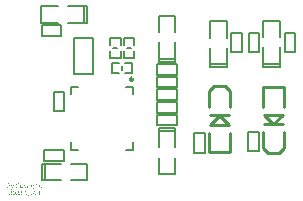
<source format=gto>
G04*
G04 #@! TF.GenerationSoftware,Altium Limited,Altium Designer,18.1.9 (240)*
G04*
G04 Layer_Color=65535*
%FSLAX25Y25*%
%MOIN*%
G70*
G01*
G75*
%ADD10C,0.00984*%
%ADD11C,0.00600*%
%ADD12C,0.00787*%
%ADD13C,0.00700*%
%ADD14C,0.00800*%
%ADD15C,0.01000*%
G36*
X113294Y165878D02*
X113316D01*
X113341Y165875D01*
X113394Y165867D01*
X113397D01*
X113408Y165864D01*
X113422Y165861D01*
X113441Y165858D01*
X113463Y165856D01*
X113485Y165850D01*
X113532Y165836D01*
X113496Y165726D01*
X113494D01*
X113488Y165728D01*
X113480Y165731D01*
X113469Y165734D01*
X113438Y165739D01*
X113399Y165751D01*
X113352Y165759D01*
X113303Y165764D01*
X113250Y165770D01*
X113197Y165773D01*
X113183D01*
X113170Y165770D01*
X113147D01*
X113122Y165767D01*
X113095Y165762D01*
X113061Y165753D01*
X113025Y165745D01*
X112987Y165734D01*
X112948Y165717D01*
X112906Y165701D01*
X112862Y165679D01*
X112820Y165654D01*
X112779Y165623D01*
X112737Y165587D01*
X112699Y165548D01*
X112696Y165545D01*
X112690Y165537D01*
X112679Y165526D01*
X112668Y165509D01*
X112652Y165487D01*
X112635Y165460D01*
X112616Y165432D01*
X112599Y165396D01*
X112580Y165360D01*
X112560Y165318D01*
X112543Y165274D01*
X112527Y165227D01*
X112516Y165177D01*
X112505Y165124D01*
X112499Y165069D01*
X112496Y165011D01*
Y165008D01*
Y164997D01*
Y164980D01*
X112499Y164961D01*
X112502Y164933D01*
X112505Y164903D01*
X112507Y164870D01*
X112516Y164834D01*
X112532Y164759D01*
X112557Y164679D01*
X112574Y164640D01*
X112596Y164601D01*
X112618Y164565D01*
X112643Y164532D01*
X112646Y164529D01*
X112652Y164523D01*
X112660Y164515D01*
X112671Y164507D01*
X112688Y164493D01*
X112704Y164479D01*
X112726Y164465D01*
X112751Y164449D01*
X112779Y164432D01*
X112812Y164418D01*
X112845Y164404D01*
X112884Y164390D01*
X112923Y164382D01*
X112967Y164374D01*
X113012Y164368D01*
X113061Y164365D01*
X113145D01*
X113183Y164368D01*
X113192D01*
X113203Y164371D01*
X113217Y164374D01*
X113233Y164377D01*
X113253Y164379D01*
X113277Y164385D01*
X113303Y164390D01*
X113338Y164396D01*
X113344Y164471D01*
Y164473D01*
Y164479D01*
Y164487D01*
X113347Y164498D01*
Y164529D01*
X113350Y164565D01*
X113352Y164604D01*
X113358Y164645D01*
X113361Y164684D01*
X113363Y164717D01*
Y164720D01*
X113366Y164731D01*
Y164748D01*
X113369Y164770D01*
X113372Y164798D01*
X113374Y164828D01*
X113377Y164861D01*
X113380Y164897D01*
X113388Y164961D01*
X113513D01*
X113502Y164878D01*
Y164875D01*
Y164870D01*
X113499Y164861D01*
Y164850D01*
X113494Y164820D01*
X113488Y164781D01*
X113480Y164731D01*
X113474Y164679D01*
X113466Y164623D01*
X113460Y164565D01*
Y164562D01*
Y164559D01*
Y164551D01*
X113458Y164540D01*
X113455Y164512D01*
X113452Y164479D01*
X113449Y164440D01*
X113446Y164401D01*
Y164365D01*
X113444Y164332D01*
X113441D01*
X113430Y164327D01*
X113413Y164321D01*
X113391Y164313D01*
X113366Y164305D01*
X113338Y164296D01*
X113272Y164282D01*
X113269D01*
X113255Y164280D01*
X113239Y164277D01*
X113211Y164274D01*
X113181Y164271D01*
X113145Y164269D01*
X113103Y164266D01*
X113028D01*
X113006Y164269D01*
X112978Y164271D01*
X112945Y164277D01*
X112912Y164282D01*
X112873Y164291D01*
X112793Y164313D01*
X112751Y164327D01*
X112707Y164346D01*
X112668Y164368D01*
X112627Y164393D01*
X112591Y164421D01*
X112555Y164454D01*
X112552Y164457D01*
X112546Y164462D01*
X112538Y164473D01*
X112527Y164490D01*
X112513Y164509D01*
X112499Y164532D01*
X112483Y164559D01*
X112469Y164593D01*
X112452Y164629D01*
X112435Y164667D01*
X112422Y164712D01*
X112408Y164759D01*
X112397Y164812D01*
X112388Y164864D01*
X112383Y164925D01*
X112380Y164986D01*
Y164991D01*
Y165003D01*
X112383Y165022D01*
Y165050D01*
X112388Y165080D01*
X112394Y165119D01*
X112399Y165161D01*
X112410Y165208D01*
X112424Y165255D01*
X112441Y165307D01*
X112460Y165360D01*
X112485Y165413D01*
X112513Y165465D01*
X112546Y165518D01*
X112582Y165570D01*
X112627Y165620D01*
X112629Y165623D01*
X112638Y165631D01*
X112652Y165645D01*
X112671Y165662D01*
X112696Y165681D01*
X112726Y165703D01*
X112759Y165726D01*
X112798Y165751D01*
X112840Y165775D01*
X112890Y165798D01*
X112940Y165820D01*
X112995Y165839D01*
X113053Y165856D01*
X113117Y165870D01*
X113181Y165878D01*
X113250Y165881D01*
X113275D01*
X113294Y165878D01*
D02*
G37*
G36*
X119801Y165884D02*
X119815Y165878D01*
X119829Y165867D01*
X119842Y165853D01*
X119851Y165831D01*
X119853Y165800D01*
Y165795D01*
Y165784D01*
X119848Y165764D01*
X119842Y165745D01*
X119831Y165726D01*
X119815Y165706D01*
X119790Y165695D01*
X119759Y165690D01*
X119757D01*
X119748Y165692D01*
X119734Y165695D01*
X119721Y165701D01*
X119707Y165709D01*
X119693Y165726D01*
X119685Y165745D01*
X119682Y165773D01*
Y165778D01*
X119685Y165792D01*
X119687Y165809D01*
X119693Y165831D01*
X119704Y165853D01*
X119721Y165870D01*
X119746Y165884D01*
X119776Y165889D01*
X119787D01*
X119801Y165884D01*
D02*
G37*
G36*
X118502Y165582D02*
X118507D01*
X118518Y165579D01*
X118532Y165576D01*
X118549Y165573D01*
X118521Y165479D01*
X118502D01*
X118488Y165476D01*
X118452Y165473D01*
X118410Y165462D01*
X118363Y165449D01*
X118322Y165426D01*
X118305Y165410D01*
X118289Y165393D01*
X118275Y165374D01*
X118263Y165352D01*
Y165341D01*
Y165338D01*
X118269Y165332D01*
X118275Y165324D01*
X118280Y165313D01*
X118294Y165282D01*
X118308Y165249D01*
Y165246D01*
X118311Y165241D01*
X118313Y165233D01*
X118316Y165221D01*
X118322Y165191D01*
X118324Y165158D01*
Y165155D01*
Y165149D01*
Y165138D01*
X118322Y165124D01*
Y165105D01*
X118316Y165086D01*
X118308Y165039D01*
X118291Y164986D01*
X118266Y164928D01*
X118253Y164900D01*
X118233Y164872D01*
X118214Y164848D01*
X118189Y164823D01*
X118186D01*
X118183Y164817D01*
X118175Y164812D01*
X118164Y164803D01*
X118153Y164795D01*
X118136Y164784D01*
X118095Y164762D01*
X118045Y164737D01*
X117987Y164717D01*
X117917Y164703D01*
X117878Y164701D01*
X117840Y164698D01*
X117806D01*
X117773Y164701D01*
X117735Y164706D01*
X117732D01*
X117726Y164709D01*
X117718Y164712D01*
X117707Y164715D01*
X117682Y164723D01*
X117657Y164731D01*
X117654D01*
X117651Y164726D01*
X117632Y164712D01*
X117607Y164690D01*
X117582Y164659D01*
Y164656D01*
X117577Y164651D01*
X117574Y164643D01*
X117568Y164631D01*
X117557Y164601D01*
X117554Y164582D01*
X117552Y164562D01*
Y164559D01*
X117554Y164548D01*
X117557Y164534D01*
X117566Y164521D01*
X117579Y164501D01*
X117596Y164485D01*
X117624Y164471D01*
X117660Y164460D01*
X117665D01*
X117682Y164457D01*
X117693Y164454D01*
X117707D01*
X117726Y164451D01*
X117746D01*
X117771Y164449D01*
X117795Y164446D01*
X117826D01*
X117859Y164443D01*
X117895D01*
X117934Y164440D01*
X118047D01*
X118078Y164437D01*
X118111Y164432D01*
X118153Y164424D01*
X118194Y164413D01*
X118236Y164399D01*
X118275Y164377D01*
X118280Y164374D01*
X118291Y164365D01*
X118305Y164352D01*
X118324Y164332D01*
X118344Y164307D01*
X118358Y164277D01*
X118369Y164244D01*
X118374Y164202D01*
Y164199D01*
Y164191D01*
Y164180D01*
X118372Y164163D01*
X118369Y164144D01*
X118363Y164122D01*
X118352Y164069D01*
X118330Y164011D01*
X118313Y163978D01*
X118297Y163947D01*
X118275Y163917D01*
X118250Y163886D01*
X118222Y163856D01*
X118189Y163828D01*
X118186Y163825D01*
X118180Y163823D01*
X118169Y163814D01*
X118156Y163806D01*
X118139Y163795D01*
X118117Y163781D01*
X118092Y163767D01*
X118064Y163756D01*
X118034Y163742D01*
X118000Y163728D01*
X117926Y163704D01*
X117840Y163687D01*
X117793Y163684D01*
X117746Y163681D01*
X117715D01*
X117701Y163684D01*
X117682Y163687D01*
X117640Y163692D01*
X117590Y163701D01*
X117538Y163715D01*
X117482Y163734D01*
X117427Y163762D01*
X117424D01*
X117421Y163764D01*
X117405Y163778D01*
X117383Y163798D01*
X117358Y163828D01*
X117344Y163847D01*
X117330Y163870D01*
X117319Y163895D01*
X117308Y163922D01*
X117300Y163953D01*
X117291Y163989D01*
X117288Y164025D01*
X117286Y164066D01*
Y164069D01*
Y164072D01*
Y164086D01*
X117288Y164108D01*
X117294Y164138D01*
X117300Y164169D01*
X117311Y164205D01*
X117327Y164241D01*
X117347Y164274D01*
X117349Y164277D01*
X117358Y164288D01*
X117372Y164305D01*
X117391Y164324D01*
X117416Y164346D01*
X117444Y164371D01*
X117480Y164393D01*
X117518Y164413D01*
Y164415D01*
X117516D01*
X117513Y164418D01*
X117499Y164429D01*
X117480Y164446D01*
X117463Y164471D01*
Y164473D01*
X117460Y164476D01*
X117455Y164493D01*
X117449Y164515D01*
X117446Y164537D01*
Y164543D01*
X117449Y164554D01*
X117455Y164576D01*
X117463Y164604D01*
X117480Y164637D01*
X117502Y164679D01*
X117535Y164723D01*
X117557Y164745D01*
X117579Y164770D01*
Y164776D01*
X117577Y164778D01*
X117571Y164781D01*
X117563Y164789D01*
X117552Y164798D01*
X117538Y164812D01*
X117524Y164828D01*
X117507Y164850D01*
X117493Y164875D01*
X117491Y164878D01*
X117488Y164889D01*
X117482Y164903D01*
X117477Y164922D01*
X117469Y164944D01*
X117463Y164969D01*
X117460Y164997D01*
X117457Y165025D01*
Y165027D01*
Y165033D01*
Y165044D01*
X117460Y165061D01*
Y165077D01*
X117463Y165097D01*
X117474Y165144D01*
X117488Y165197D01*
X117510Y165252D01*
X117543Y165307D01*
X117563Y165332D01*
X117585Y165354D01*
X117588Y165357D01*
X117590Y165360D01*
X117599Y165366D01*
X117607Y165374D01*
X117621Y165382D01*
X117638Y165393D01*
X117676Y165415D01*
X117726Y165435D01*
X117784Y165454D01*
X117854Y165468D01*
X117892Y165473D01*
X117964D01*
X117987Y165471D01*
X118011Y165468D01*
X118039Y165465D01*
X118092Y165454D01*
X118095D01*
X118103Y165451D01*
X118117Y165446D01*
X118133Y165440D01*
X118172Y165421D01*
X118214Y165396D01*
X118219D01*
X118222Y165401D01*
X118225Y165413D01*
X118233Y165432D01*
X118244Y165454D01*
X118272Y165501D01*
X118291Y165523D01*
X118311Y165543D01*
X118313Y165545D01*
X118322Y165548D01*
X118333Y165557D01*
X118347Y165565D01*
X118366Y165570D01*
X118385Y165579D01*
X118410Y165582D01*
X118432Y165584D01*
X118480D01*
X118502Y165582D01*
D02*
G37*
G36*
X120806Y165468D02*
X120840Y165462D01*
X120878Y165451D01*
X120917Y165437D01*
X120956Y165415D01*
X120989Y165385D01*
X120992Y165382D01*
X121003Y165368D01*
X121014Y165346D01*
X121031Y165318D01*
X121045Y165280D01*
X121058Y165235D01*
X121067Y165180D01*
X121070Y165116D01*
Y165113D01*
Y165100D01*
Y165077D01*
X121067Y165064D01*
Y165044D01*
Y165025D01*
X121064Y165000D01*
X121061Y164972D01*
Y164942D01*
X121058Y164906D01*
X121056Y164867D01*
X121050Y164825D01*
X121047Y164778D01*
Y164776D01*
Y164767D01*
X121045Y164753D01*
Y164734D01*
X121042Y164712D01*
Y164684D01*
X121039Y164654D01*
X121036Y164620D01*
X121034Y164546D01*
X121028Y164465D01*
X121025Y164382D01*
Y164299D01*
X120903Y164288D01*
Y164291D01*
Y164299D01*
X120906Y164316D01*
Y164327D01*
Y164341D01*
X120909Y164360D01*
X120912Y164382D01*
X120914Y164407D01*
X120917Y164437D01*
X120920Y164473D01*
X120923Y164512D01*
X120928Y164557D01*
X120934Y164606D01*
Y164609D01*
X120937Y164620D01*
Y164634D01*
X120939Y164654D01*
X120942Y164679D01*
X120945Y164706D01*
X120948Y164740D01*
X120950Y164776D01*
X120956Y164850D01*
X120959Y164933D01*
X120964Y165019D01*
Y165100D01*
Y165102D01*
Y165105D01*
Y165113D01*
Y165124D01*
X120961Y165149D01*
X120959Y165183D01*
X120950Y165219D01*
X120942Y165252D01*
X120928Y165285D01*
X120909Y165313D01*
X120906Y165316D01*
X120898Y165324D01*
X120884Y165335D01*
X120865Y165346D01*
X120840Y165357D01*
X120806Y165368D01*
X120768Y165377D01*
X120721Y165379D01*
X120704D01*
X120693Y165377D01*
X120679Y165374D01*
X120660Y165368D01*
X120621Y165354D01*
X120596Y165343D01*
X120574Y165330D01*
X120546Y165313D01*
X120521Y165294D01*
X120493Y165269D01*
X120466Y165241D01*
X120441Y165210D01*
X120413Y165174D01*
X120410Y165172D01*
X120407Y165166D01*
X120399Y165155D01*
X120391Y165138D01*
X120380Y165119D01*
X120369Y165094D01*
X120355Y165069D01*
X120341Y165039D01*
X120327Y165003D01*
X120313Y164967D01*
X120299Y164925D01*
X120288Y164883D01*
X120266Y164787D01*
X120261Y164737D01*
X120255Y164684D01*
Y164681D01*
Y164670D01*
X120252Y164656D01*
Y164637D01*
Y164615D01*
X120250Y164587D01*
X120247Y164529D01*
X120241Y164462D01*
X120239Y164401D01*
X120236Y164371D01*
X120233Y164343D01*
Y164318D01*
X120230Y164299D01*
X120111Y164288D01*
Y164291D01*
Y164296D01*
X120114Y164305D01*
Y164316D01*
X120117Y164330D01*
X120119Y164346D01*
X120125Y164388D01*
X120131Y164435D01*
X120139Y164493D01*
X120144Y164554D01*
X120153Y164620D01*
X120169Y164759D01*
X120175Y164828D01*
X120180Y164897D01*
X120186Y164961D01*
X120192Y165022D01*
X120194Y165077D01*
Y165124D01*
Y165127D01*
Y165133D01*
Y165141D01*
Y165152D01*
Y165169D01*
Y165185D01*
X120192Y165227D01*
X120189Y165274D01*
X120186Y165327D01*
X120180Y165379D01*
X120175Y165432D01*
X120297Y165460D01*
Y165457D01*
Y165454D01*
Y165446D01*
X120299Y165437D01*
Y165410D01*
X120302Y165371D01*
Y165327D01*
X120305Y165274D01*
Y165216D01*
Y165149D01*
X120308D01*
Y165152D01*
X120311Y165158D01*
X120316Y165166D01*
X120322Y165177D01*
X120335Y165205D01*
X120358Y165241D01*
X120385Y165280D01*
X120416Y165321D01*
X120452Y165360D01*
X120493Y165393D01*
X120499Y165396D01*
X120513Y165407D01*
X120538Y165418D01*
X120568Y165435D01*
X120607Y165449D01*
X120651Y165462D01*
X120698Y165471D01*
X120751Y165473D01*
X120776D01*
X120806Y165468D01*
D02*
G37*
G36*
X116890D02*
X116923Y165462D01*
X116962Y165451D01*
X117000Y165437D01*
X117039Y165415D01*
X117072Y165385D01*
X117075Y165382D01*
X117086Y165368D01*
X117097Y165346D01*
X117114Y165318D01*
X117128Y165280D01*
X117142Y165235D01*
X117150Y165180D01*
X117153Y165116D01*
Y165113D01*
Y165100D01*
Y165077D01*
X117150Y165064D01*
Y165044D01*
Y165025D01*
X117147Y165000D01*
X117145Y164972D01*
Y164942D01*
X117142Y164906D01*
X117139Y164867D01*
X117133Y164825D01*
X117131Y164778D01*
Y164776D01*
Y164767D01*
X117128Y164753D01*
Y164734D01*
X117125Y164712D01*
Y164684D01*
X117122Y164654D01*
X117120Y164620D01*
X117117Y164546D01*
X117111Y164465D01*
X117108Y164382D01*
Y164299D01*
X116987Y164288D01*
Y164291D01*
Y164299D01*
X116989Y164316D01*
Y164327D01*
Y164341D01*
X116992Y164360D01*
X116995Y164382D01*
X116998Y164407D01*
X117000Y164437D01*
X117003Y164473D01*
X117006Y164512D01*
X117011Y164557D01*
X117017Y164606D01*
Y164609D01*
X117020Y164620D01*
Y164634D01*
X117023Y164654D01*
X117025Y164679D01*
X117028Y164706D01*
X117031Y164740D01*
X117034Y164776D01*
X117039Y164850D01*
X117042Y164933D01*
X117048Y165019D01*
Y165100D01*
Y165102D01*
Y165105D01*
Y165113D01*
Y165124D01*
X117045Y165149D01*
X117042Y165183D01*
X117034Y165219D01*
X117025Y165252D01*
X117011Y165285D01*
X116992Y165313D01*
X116989Y165316D01*
X116981Y165324D01*
X116967Y165335D01*
X116948Y165346D01*
X116923Y165357D01*
X116890Y165368D01*
X116851Y165377D01*
X116804Y165379D01*
X116787D01*
X116776Y165377D01*
X116762Y165374D01*
X116743Y165368D01*
X116704Y165354D01*
X116679Y165343D01*
X116657Y165330D01*
X116629Y165313D01*
X116604Y165294D01*
X116577Y165269D01*
X116549Y165241D01*
X116524Y165210D01*
X116496Y165174D01*
X116493Y165172D01*
X116491Y165166D01*
X116482Y165155D01*
X116474Y165138D01*
X116463Y165119D01*
X116452Y165094D01*
X116438Y165069D01*
X116424Y165039D01*
X116410Y165003D01*
X116397Y164967D01*
X116383Y164925D01*
X116372Y164883D01*
X116349Y164787D01*
X116344Y164737D01*
X116338Y164684D01*
Y164681D01*
Y164670D01*
X116336Y164656D01*
Y164637D01*
Y164615D01*
X116333Y164587D01*
X116330Y164529D01*
X116324Y164462D01*
X116322Y164401D01*
X116319Y164371D01*
X116316Y164343D01*
Y164318D01*
X116314Y164299D01*
X116194Y164288D01*
Y164291D01*
Y164296D01*
X116197Y164305D01*
Y164316D01*
X116200Y164330D01*
X116203Y164346D01*
X116208Y164388D01*
X116214Y164435D01*
X116222Y164493D01*
X116228Y164554D01*
X116236Y164620D01*
X116253Y164759D01*
X116258Y164828D01*
X116264Y164897D01*
X116269Y164961D01*
X116275Y165022D01*
X116277Y165077D01*
Y165124D01*
Y165127D01*
Y165133D01*
Y165141D01*
Y165152D01*
Y165169D01*
Y165185D01*
X116275Y165227D01*
X116272Y165274D01*
X116269Y165327D01*
X116264Y165379D01*
X116258Y165432D01*
X116380Y165460D01*
Y165457D01*
Y165454D01*
Y165446D01*
X116383Y165437D01*
Y165410D01*
X116385Y165371D01*
Y165327D01*
X116388Y165274D01*
Y165216D01*
Y165149D01*
X116391D01*
Y165152D01*
X116394Y165158D01*
X116399Y165166D01*
X116405Y165177D01*
X116419Y165205D01*
X116441Y165241D01*
X116469Y165280D01*
X116499Y165321D01*
X116535Y165360D01*
X116577Y165393D01*
X116582Y165396D01*
X116596Y165407D01*
X116621Y165418D01*
X116651Y165435D01*
X116690Y165449D01*
X116735Y165462D01*
X116782Y165471D01*
X116834Y165473D01*
X116859D01*
X116890Y165468D01*
D02*
G37*
G36*
X111754Y165446D02*
Y165440D01*
X111751Y165432D01*
Y165421D01*
X111746Y165401D01*
X111740Y165382D01*
X111735Y165354D01*
X111724Y165324D01*
X111713Y165288D01*
X111696Y165246D01*
X111677Y165199D01*
X111652Y165149D01*
X111624Y165091D01*
X111593Y165027D01*
X111555Y164958D01*
X111513Y164881D01*
X111510Y164875D01*
X111502Y164861D01*
X111491Y164839D01*
X111474Y164812D01*
X111455Y164776D01*
X111435Y164734D01*
X111411Y164690D01*
X111386Y164640D01*
X111336Y164534D01*
X111289Y164426D01*
X111267Y164374D01*
X111247Y164324D01*
X111231Y164274D01*
X111217Y164230D01*
Y164227D01*
X111214Y164219D01*
X111211Y164208D01*
X111206Y164194D01*
X111200Y164174D01*
X111192Y164152D01*
X111172Y164102D01*
X111147Y164047D01*
X111114Y163989D01*
X111078Y163933D01*
X111034Y163886D01*
X111028Y163881D01*
X111012Y163867D01*
X110984Y163850D01*
X110948Y163828D01*
X110898Y163806D01*
X110843Y163789D01*
X110776Y163776D01*
X110701Y163770D01*
Y163867D01*
X110724D01*
X110749Y163873D01*
X110782Y163878D01*
X110821Y163886D01*
X110859Y163900D01*
X110901Y163919D01*
X110940Y163947D01*
X110945Y163950D01*
X110956Y163961D01*
X110976Y163978D01*
X110998Y164000D01*
X111023Y164025D01*
X111048Y164055D01*
X111070Y164091D01*
X111089Y164127D01*
X111092Y164133D01*
X111098Y164144D01*
X111103Y164163D01*
X111111Y164188D01*
X111120Y164219D01*
X111128Y164252D01*
X111131Y164285D01*
X111134Y164321D01*
Y164324D01*
Y164330D01*
Y164338D01*
X111131Y164352D01*
X111128Y164371D01*
X111125Y164393D01*
X111120Y164421D01*
X111114Y164454D01*
X111106Y164490D01*
X111095Y164534D01*
X111084Y164582D01*
X111067Y164634D01*
X111048Y164692D01*
X111028Y164756D01*
X111003Y164828D01*
X110976Y164903D01*
X110973Y164908D01*
X110970Y164922D01*
X110962Y164942D01*
X110951Y164969D01*
X110940Y165005D01*
X110926Y165041D01*
X110912Y165083D01*
X110898Y165127D01*
X110868Y165219D01*
X110854Y165263D01*
X110843Y165305D01*
X110832Y165343D01*
X110823Y165379D01*
X110821Y165410D01*
X110818Y165435D01*
X110940Y165449D01*
Y165446D01*
Y165440D01*
Y165426D01*
X110942Y165413D01*
X110945Y165390D01*
X110948Y165368D01*
X110953Y165341D01*
X110962Y165310D01*
Y165307D01*
X110967Y165294D01*
X110973Y165271D01*
X110981Y165241D01*
X110989Y165221D01*
X110995Y165199D01*
X111003Y165172D01*
X111012Y165144D01*
X111023Y165113D01*
X111034Y165077D01*
X111045Y165041D01*
X111059Y165000D01*
X111084Y164919D01*
Y164917D01*
X111086Y164911D01*
X111089Y164900D01*
X111095Y164883D01*
X111100Y164867D01*
X111106Y164848D01*
X111120Y164800D01*
X111136Y164748D01*
X111150Y164695D01*
X111164Y164648D01*
X111175Y164604D01*
Y164598D01*
X111181Y164587D01*
X111183Y164570D01*
X111189Y164548D01*
X111197Y164501D01*
X111203Y164482D01*
Y164462D01*
X111217D01*
Y164465D01*
X111222Y164471D01*
X111225Y164482D01*
X111233Y164498D01*
X111253Y164543D01*
Y164546D01*
X111258Y164554D01*
X111261Y164565D01*
X111269Y164582D01*
X111278Y164601D01*
X111289Y164626D01*
X111302Y164654D01*
X111316Y164684D01*
X111333Y164720D01*
X111350Y164759D01*
X111369Y164800D01*
X111388Y164842D01*
X111433Y164939D01*
X111483Y165041D01*
X111485Y165044D01*
X111488Y165055D01*
X111496Y165069D01*
X111505Y165088D01*
X111516Y165111D01*
X111527Y165138D01*
X111555Y165199D01*
X111580Y165263D01*
X111602Y165330D01*
X111618Y165388D01*
X111621Y165415D01*
X111624Y165437D01*
X111754Y165449D01*
Y165446D01*
D02*
G37*
G36*
X119352Y165853D02*
X119349Y165836D01*
X119344Y165811D01*
X119338Y165775D01*
X119330Y165728D01*
X119322Y165673D01*
X119313Y165606D01*
X119305Y165529D01*
Y165526D01*
Y165518D01*
X119302Y165507D01*
X119299Y165490D01*
X119297Y165468D01*
X119294Y165443D01*
X119291Y165413D01*
X119288Y165377D01*
X119283Y165338D01*
X119277Y165294D01*
X119272Y165246D01*
X119266Y165194D01*
X119261Y165138D01*
X119252Y165080D01*
X119247Y165016D01*
X119239Y164950D01*
Y164947D01*
X119236Y164933D01*
X119233Y164914D01*
X119230Y164892D01*
X119228Y164861D01*
X119219Y164825D01*
X119214Y164787D01*
X119205Y164748D01*
X119183Y164662D01*
X119158Y164573D01*
X119142Y164532D01*
X119125Y164493D01*
X119106Y164457D01*
X119086Y164424D01*
Y164421D01*
X119081Y164418D01*
X119075Y164410D01*
X119064Y164399D01*
X119053Y164388D01*
X119039Y164374D01*
X119020Y164360D01*
X119000Y164346D01*
X118975Y164330D01*
X118948Y164316D01*
X118917Y164302D01*
X118884Y164291D01*
X118848Y164280D01*
X118809Y164271D01*
X118768Y164269D01*
X118721Y164266D01*
X118696D01*
X118679Y164269D01*
X118657D01*
X118635Y164271D01*
X118585Y164277D01*
X118582D01*
X118574Y164280D01*
X118563D01*
X118546Y164282D01*
X118513Y164288D01*
X118480Y164296D01*
X118507Y164404D01*
X118510D01*
X118516Y164401D01*
X118524Y164399D01*
X118535Y164393D01*
X118565Y164385D01*
X118604Y164374D01*
X118607D01*
X118615Y164371D01*
X118626D01*
X118640Y164368D01*
X118679Y164365D01*
X118721Y164363D01*
X118740D01*
X118754Y164365D01*
X118771D01*
X118790Y164371D01*
X118834Y164379D01*
X118884Y164396D01*
X118931Y164418D01*
X118978Y164451D01*
X118998Y164471D01*
X119014Y164493D01*
Y164496D01*
X119017Y164498D01*
X119023Y164507D01*
X119028Y164518D01*
X119036Y164532D01*
X119042Y164551D01*
X119053Y164573D01*
X119061Y164598D01*
X119070Y164626D01*
X119081Y164656D01*
X119089Y164692D01*
X119100Y164731D01*
X119108Y164776D01*
X119117Y164820D01*
X119125Y164870D01*
X119131Y164925D01*
X119147Y165088D01*
Y165091D01*
X119150Y165102D01*
Y165116D01*
X119153Y165136D01*
X119156Y165161D01*
X119158Y165188D01*
X119161Y165221D01*
X119167Y165255D01*
X119175Y165330D01*
X119183Y165404D01*
X119192Y165479D01*
X119194Y165515D01*
X119197Y165548D01*
Y165551D01*
Y165557D01*
X119200Y165565D01*
Y165576D01*
Y165593D01*
X119203Y165609D01*
X119205Y165651D01*
X119211Y165698D01*
X119214Y165751D01*
X119219Y165858D01*
X119352D01*
Y165853D01*
D02*
G37*
G36*
X110164Y165861D02*
X110183Y165858D01*
X110225Y165853D01*
X110275Y165842D01*
X110325Y165828D01*
X110372Y165806D01*
X110416Y165778D01*
X110422Y165775D01*
X110433Y165762D01*
X110452Y165742D01*
X110471Y165715D01*
X110491Y165681D01*
X110510Y165637D01*
X110521Y165590D01*
X110527Y165532D01*
Y165529D01*
Y165526D01*
Y165518D01*
Y165507D01*
X110524Y165482D01*
X110519Y165449D01*
X110508Y165410D01*
X110494Y165368D01*
X110474Y165327D01*
X110449Y165288D01*
X110447Y165282D01*
X110435Y165271D01*
X110419Y165255D01*
X110394Y165233D01*
X110363Y165210D01*
X110327Y165188D01*
X110283Y165169D01*
X110236Y165152D01*
Y165147D01*
X110239D01*
X110242Y165144D01*
X110261Y165141D01*
X110286Y165133D01*
X110319Y165119D01*
X110355Y165102D01*
X110394Y165080D01*
X110430Y165055D01*
X110466Y165022D01*
X110469Y165019D01*
X110480Y165005D01*
X110494Y164986D01*
X110513Y164961D01*
X110530Y164928D01*
X110544Y164892D01*
X110555Y164850D01*
X110557Y164806D01*
Y164803D01*
Y164795D01*
Y164784D01*
X110555Y164767D01*
X110552Y164748D01*
X110546Y164726D01*
X110535Y164673D01*
X110510Y164612D01*
X110496Y164582D01*
X110477Y164551D01*
X110458Y164518D01*
X110430Y164487D01*
X110402Y164460D01*
X110369Y164432D01*
X110366Y164429D01*
X110361Y164426D01*
X110350Y164418D01*
X110336Y164410D01*
X110316Y164399D01*
X110294Y164388D01*
X110267Y164377D01*
X110236Y164363D01*
X110200Y164349D01*
X110161Y164338D01*
X110120Y164327D01*
X110073Y164316D01*
X110023Y164307D01*
X109970Y164299D01*
X109912Y164296D01*
X109851Y164294D01*
X109768D01*
X109743Y164296D01*
X109610D01*
X109563Y164299D01*
X109513D01*
Y164302D01*
Y164305D01*
X109516Y164313D01*
Y164324D01*
X109519Y164341D01*
X109521Y164360D01*
X109524Y164382D01*
X109527Y164413D01*
X109532Y164446D01*
X109535Y164487D01*
X109541Y164532D01*
X109546Y164584D01*
X109555Y164640D01*
X109560Y164706D01*
X109569Y164778D01*
X109577Y164856D01*
X109607Y165119D01*
Y165124D01*
X109610Y165138D01*
X109613Y165163D01*
X109616Y165194D01*
X109621Y165233D01*
X109624Y165277D01*
X109629Y165327D01*
X109635Y165379D01*
X109641Y165437D01*
X109646Y165496D01*
X109657Y165620D01*
X109668Y165742D01*
X109671Y165803D01*
X109674Y165858D01*
X109884D01*
X109915Y165861D01*
X109987D01*
X110009Y165864D01*
X110147D01*
X110164Y165861D01*
D02*
G37*
G36*
X119806Y165454D02*
Y165451D01*
Y165443D01*
X119804Y165432D01*
Y165415D01*
X119801Y165396D01*
Y165374D01*
X119798Y165349D01*
X119795Y165316D01*
X119793Y165282D01*
X119790Y165244D01*
X119784Y165199D01*
X119779Y165152D01*
X119773Y165100D01*
X119768Y165041D01*
X119762Y164980D01*
X119746Y164828D01*
Y164825D01*
Y164817D01*
X119743Y164806D01*
Y164789D01*
X119740Y164767D01*
X119737Y164742D01*
X119734Y164715D01*
X119732Y164681D01*
X119729Y164645D01*
X119726Y164604D01*
X119721Y164559D01*
X119718Y164515D01*
X119712Y164465D01*
X119710Y164413D01*
X119701Y164299D01*
X119585Y164288D01*
Y164294D01*
X119588Y164299D01*
Y164310D01*
X119590Y164321D01*
Y164338D01*
X119593Y164357D01*
X119596Y164382D01*
X119599Y164410D01*
X119604Y164440D01*
X119607Y164476D01*
X119613Y164515D01*
X119618Y164559D01*
X119624Y164606D01*
X119629Y164662D01*
X119635Y164720D01*
X119646Y164828D01*
Y164834D01*
X119649Y164845D01*
X119651Y164870D01*
X119654Y164900D01*
X119660Y164942D01*
X119662Y164991D01*
X119668Y165050D01*
X119671Y165119D01*
Y165122D01*
Y165127D01*
Y165138D01*
X119674Y165152D01*
Y165169D01*
Y165188D01*
X119676Y165233D01*
X119679Y165282D01*
Y165332D01*
X119682Y165382D01*
Y165429D01*
X119806Y165457D01*
Y165454D01*
D02*
G37*
G36*
X115934Y165490D02*
X115931Y165479D01*
X115928Y165462D01*
X115923Y165443D01*
X115917Y165415D01*
X115912Y165385D01*
X115906Y165352D01*
X115898Y165316D01*
X115881Y165233D01*
X115867Y165147D01*
X115851Y165058D01*
X115837Y164975D01*
Y164972D01*
Y164967D01*
X115834Y164953D01*
X115831Y164939D01*
X115829Y164919D01*
X115826Y164900D01*
X115820Y164850D01*
X115815Y164792D01*
X115809Y164731D01*
X115806Y164673D01*
X115804Y164615D01*
X115801Y164515D01*
Y164509D01*
Y164496D01*
Y164471D01*
X115804Y164443D01*
Y164410D01*
X115806Y164374D01*
X115809Y164338D01*
X115815Y164302D01*
X115704Y164288D01*
Y164294D01*
Y164307D01*
X115701Y164330D01*
Y164363D01*
X115699Y164404D01*
Y164454D01*
X115696Y164515D01*
Y164582D01*
X115690D01*
Y164579D01*
X115687Y164576D01*
X115682Y164568D01*
X115676Y164557D01*
X115660Y164529D01*
X115638Y164496D01*
X115613Y164460D01*
X115579Y164421D01*
X115546Y164385D01*
X115507Y164352D01*
X115502Y164349D01*
X115491Y164341D01*
X115469Y164327D01*
X115441Y164316D01*
X115408Y164302D01*
X115369Y164288D01*
X115327Y164280D01*
X115283Y164277D01*
X115278D01*
X115261Y164280D01*
X115233Y164282D01*
X115203Y164291D01*
X115170Y164305D01*
X115133Y164327D01*
X115097Y164354D01*
X115067Y164393D01*
Y164396D01*
X115064Y164399D01*
X115056Y164415D01*
X115045Y164440D01*
X115031Y164473D01*
X115017Y164518D01*
X115006Y164568D01*
X114998Y164623D01*
X114995Y164687D01*
Y164690D01*
Y164701D01*
X114998Y164717D01*
Y164740D01*
X115000Y164767D01*
X115006Y164798D01*
X115014Y164834D01*
X115023Y164870D01*
X115034Y164911D01*
X115048Y164955D01*
X115067Y164997D01*
X115086Y165044D01*
X115111Y165088D01*
X115142Y165133D01*
X115175Y165177D01*
X115214Y165219D01*
X115217Y165221D01*
X115225Y165227D01*
X115236Y165238D01*
X115255Y165252D01*
X115278Y165269D01*
X115302Y165288D01*
X115333Y165307D01*
X115369Y165330D01*
X115410Y165349D01*
X115452Y165368D01*
X115502Y165388D01*
X115552Y165404D01*
X115607Y165418D01*
X115668Y165429D01*
X115729Y165435D01*
X115796Y165437D01*
X115806D01*
X115859Y165476D01*
X115934Y165493D01*
Y165490D01*
D02*
G37*
G36*
X113989Y165457D02*
Y165449D01*
X113987Y165435D01*
Y165413D01*
X113984Y165385D01*
X113978Y165346D01*
X113976Y165321D01*
X113973Y165296D01*
Y165294D01*
Y165291D01*
X113970Y165274D01*
X113967Y165249D01*
X113964Y165219D01*
X113962Y165188D01*
X113959Y165158D01*
Y165133D01*
X113956Y165113D01*
X113942Y164919D01*
Y164914D01*
Y164903D01*
X113940Y164886D01*
X113937Y164864D01*
Y164836D01*
X113934Y164812D01*
X113931Y164784D01*
Y164759D01*
Y164756D01*
Y164748D01*
Y164737D01*
Y164723D01*
X113928Y164687D01*
Y164651D01*
Y164648D01*
Y164645D01*
Y164637D01*
Y164626D01*
X113931Y164598D01*
X113934Y164565D01*
X113942Y164526D01*
X113951Y164490D01*
X113964Y164454D01*
X113981Y164426D01*
X113984Y164424D01*
X113992Y164415D01*
X114006Y164404D01*
X114025Y164393D01*
X114050Y164382D01*
X114084Y164371D01*
X114125Y164363D01*
X114172Y164360D01*
X114181D01*
X114189Y164363D01*
X114200D01*
X114230Y164371D01*
X114272Y164385D01*
X114294Y164396D01*
X114319Y164410D01*
X114344Y164426D01*
X114369Y164446D01*
X114394Y164471D01*
X114422Y164498D01*
X114449Y164529D01*
X114474Y164565D01*
X114477Y164568D01*
X114480Y164573D01*
X114488Y164584D01*
X114496Y164601D01*
X114507Y164618D01*
X114518Y164640D01*
X114532Y164665D01*
X114546Y164692D01*
X114571Y164756D01*
X114596Y164825D01*
X114615Y164897D01*
X114624Y164936D01*
X114627Y164975D01*
X114635Y165077D01*
Y165080D01*
Y165088D01*
X114638Y165100D01*
Y165116D01*
X114640Y165136D01*
X114643Y165161D01*
X114646Y165213D01*
X114652Y165271D01*
X114654Y165330D01*
X114657Y165385D01*
Y165413D01*
Y165435D01*
X114782Y165460D01*
Y165454D01*
X114779Y165443D01*
X114776Y165424D01*
X114773Y165399D01*
X114771Y165366D01*
X114765Y165330D01*
X114762Y165291D01*
X114757Y165246D01*
X114746Y165155D01*
X114735Y165061D01*
X114729Y165014D01*
X114724Y164969D01*
X114718Y164931D01*
X114715Y164892D01*
Y164889D01*
Y164883D01*
X114712Y164872D01*
Y164861D01*
Y164845D01*
X114710Y164825D01*
X114707Y164781D01*
X114704Y164731D01*
X114701Y164679D01*
X114699Y164623D01*
Y164573D01*
Y164570D01*
Y164568D01*
Y164559D01*
Y164548D01*
Y164521D01*
X114701Y164485D01*
X114704Y164443D01*
X114707Y164399D01*
X114718Y164302D01*
X114596Y164282D01*
Y164285D01*
Y164296D01*
X114593Y164318D01*
Y164332D01*
Y164349D01*
Y164368D01*
Y164390D01*
X114591Y164418D01*
Y164446D01*
Y164479D01*
Y164515D01*
Y164554D01*
Y164598D01*
X114588D01*
Y164595D01*
X114585Y164590D01*
X114579Y164582D01*
X114574Y164570D01*
X114557Y164543D01*
X114535Y164507D01*
X114507Y164465D01*
X114474Y164424D01*
X114438Y164385D01*
X114399Y164349D01*
X114394Y164346D01*
X114380Y164335D01*
X114358Y164324D01*
X114327Y164307D01*
X114289Y164294D01*
X114244Y164280D01*
X114194Y164269D01*
X114139Y164266D01*
X114125D01*
X114111Y164269D01*
X114089Y164271D01*
X114067Y164277D01*
X114039Y164285D01*
X114012Y164296D01*
X113981Y164310D01*
X113951Y164330D01*
X113923Y164352D01*
X113895Y164382D01*
X113873Y164415D01*
X113854Y164457D01*
X113837Y164504D01*
X113826Y164559D01*
X113823Y164620D01*
Y164623D01*
Y164629D01*
Y164643D01*
X113826Y164662D01*
Y164690D01*
X113829Y164728D01*
Y164751D01*
X113831Y164776D01*
Y164803D01*
X113834Y164834D01*
Y164836D01*
Y164842D01*
Y164850D01*
X113837Y164861D01*
X113840Y164889D01*
X113843Y164922D01*
Y164953D01*
X113845Y164983D01*
X113848Y164994D01*
Y165003D01*
Y165008D01*
Y165011D01*
Y165014D01*
Y165025D01*
X113851Y165039D01*
Y165058D01*
X113854Y165080D01*
Y165108D01*
X113856Y165138D01*
X113859Y165172D01*
X113862Y165241D01*
X113865Y165310D01*
X113868Y165377D01*
Y165407D01*
Y165435D01*
X113989Y165462D01*
Y165457D01*
D02*
G37*
G36*
X114010Y163367D02*
X114030Y163364D01*
X114077Y163358D01*
X114129Y163347D01*
X114182Y163331D01*
X114235Y163306D01*
X114279Y163275D01*
X114284Y163270D01*
X114295Y163259D01*
X114315Y163236D01*
X114334Y163209D01*
X114354Y163170D01*
X114373Y163126D01*
X114384Y163073D01*
X114390Y163015D01*
Y163012D01*
Y163006D01*
Y162998D01*
Y162987D01*
X114387Y162957D01*
X114381Y162921D01*
X114373Y162876D01*
X114359Y162829D01*
X114343Y162779D01*
X114321Y162732D01*
X114318Y162727D01*
X114307Y162710D01*
X114293Y162688D01*
X114271Y162657D01*
X114240Y162619D01*
X114204Y162580D01*
X114160Y162536D01*
X114110Y162491D01*
X114107D01*
X114104Y162486D01*
X114096Y162480D01*
X114082Y162469D01*
X114068Y162458D01*
X114049Y162444D01*
X114027Y162428D01*
X114002Y162408D01*
X113971Y162389D01*
X113941Y162364D01*
X113905Y162339D01*
X113863Y162311D01*
X113822Y162284D01*
X113775Y162253D01*
X113725Y162220D01*
X113672Y162187D01*
Y162184D01*
X113858D01*
X113908Y162187D01*
X114016D01*
X114132Y162189D01*
X114251Y162192D01*
X114367Y162198D01*
X114329Y162095D01*
X113539D01*
X113570Y162225D01*
X113573D01*
X113578Y162228D01*
X113586Y162234D01*
X113598Y162239D01*
X113614Y162248D01*
X113634Y162259D01*
X113656Y162273D01*
X113683Y162289D01*
X113711Y162309D01*
X113744Y162328D01*
X113780Y162353D01*
X113816Y162378D01*
X113861Y162408D01*
X113905Y162442D01*
X113952Y162478D01*
X114002Y162516D01*
X114005Y162519D01*
X114013Y162527D01*
X114027Y162538D01*
X114046Y162555D01*
X114066Y162574D01*
X114091Y162599D01*
X114116Y162627D01*
X114143Y162660D01*
X114168Y162694D01*
X114193Y162732D01*
X114218Y162774D01*
X114237Y162815D01*
X114257Y162860D01*
X114271Y162907D01*
X114279Y162957D01*
X114282Y163006D01*
Y163009D01*
Y163012D01*
Y163029D01*
X114276Y163051D01*
X114271Y163081D01*
X114260Y163112D01*
X114246Y163145D01*
X114224Y163175D01*
X114193Y163203D01*
X114190Y163206D01*
X114176Y163214D01*
X114157Y163225D01*
X114129Y163236D01*
X114096Y163248D01*
X114055Y163259D01*
X114005Y163267D01*
X113949Y163270D01*
X113908D01*
X113866Y163267D01*
X113822Y163261D01*
X113819D01*
X113811Y163259D01*
X113800D01*
X113780Y163253D01*
X113758Y163250D01*
X113733Y163245D01*
X113703Y163236D01*
X113670Y163228D01*
X113708Y163336D01*
X113711D01*
X113719Y163339D01*
X113730Y163342D01*
X113747Y163345D01*
X113764Y163350D01*
X113786Y163353D01*
X113833Y163361D01*
X113836D01*
X113844Y163364D01*
X113858D01*
X113874Y163367D01*
X113916Y163369D01*
X113994D01*
X114010Y163367D01*
D02*
G37*
G36*
X112988D02*
X113007Y163364D01*
X113055Y163358D01*
X113107Y163347D01*
X113160Y163331D01*
X113212Y163306D01*
X113257Y163275D01*
X113262Y163270D01*
X113273Y163259D01*
X113293Y163236D01*
X113312Y163209D01*
X113332Y163170D01*
X113351Y163126D01*
X113362Y163073D01*
X113368Y163015D01*
Y163012D01*
Y163006D01*
Y162998D01*
Y162987D01*
X113365Y162957D01*
X113359Y162921D01*
X113351Y162876D01*
X113337Y162829D01*
X113321Y162779D01*
X113298Y162732D01*
X113296Y162727D01*
X113285Y162710D01*
X113271Y162688D01*
X113249Y162657D01*
X113218Y162619D01*
X113182Y162580D01*
X113138Y162536D01*
X113088Y162491D01*
X113085D01*
X113082Y162486D01*
X113074Y162480D01*
X113060Y162469D01*
X113046Y162458D01*
X113027Y162444D01*
X113005Y162428D01*
X112980Y162408D01*
X112949Y162389D01*
X112919Y162364D01*
X112883Y162339D01*
X112841Y162311D01*
X112800Y162284D01*
X112753Y162253D01*
X112703Y162220D01*
X112650Y162187D01*
Y162184D01*
X112836D01*
X112886Y162187D01*
X112994D01*
X113110Y162189D01*
X113229Y162192D01*
X113345Y162198D01*
X113307Y162095D01*
X112517D01*
X112548Y162225D01*
X112550D01*
X112556Y162228D01*
X112564Y162234D01*
X112575Y162239D01*
X112592Y162248D01*
X112611Y162259D01*
X112634Y162273D01*
X112661Y162289D01*
X112689Y162309D01*
X112722Y162328D01*
X112758Y162353D01*
X112794Y162378D01*
X112838Y162408D01*
X112883Y162442D01*
X112930Y162478D01*
X112980Y162516D01*
X112982Y162519D01*
X112991Y162527D01*
X113005Y162538D01*
X113024Y162555D01*
X113043Y162574D01*
X113068Y162599D01*
X113093Y162627D01*
X113121Y162660D01*
X113146Y162694D01*
X113171Y162732D01*
X113196Y162774D01*
X113215Y162815D01*
X113235Y162860D01*
X113249Y162907D01*
X113257Y162957D01*
X113259Y163006D01*
Y163009D01*
Y163012D01*
Y163029D01*
X113254Y163051D01*
X113249Y163081D01*
X113237Y163112D01*
X113224Y163145D01*
X113201Y163175D01*
X113171Y163203D01*
X113168Y163206D01*
X113154Y163214D01*
X113135Y163225D01*
X113107Y163236D01*
X113074Y163248D01*
X113032Y163259D01*
X112982Y163267D01*
X112927Y163270D01*
X112886D01*
X112844Y163267D01*
X112800Y163261D01*
X112797D01*
X112789Y163259D01*
X112778D01*
X112758Y163253D01*
X112736Y163250D01*
X112711Y163245D01*
X112681Y163236D01*
X112647Y163228D01*
X112686Y163336D01*
X112689D01*
X112697Y163339D01*
X112708Y163342D01*
X112725Y163345D01*
X112742Y163350D01*
X112764Y163353D01*
X112811Y163361D01*
X112814D01*
X112822Y163364D01*
X112836D01*
X112852Y163367D01*
X112894Y163369D01*
X112971D01*
X112988Y163367D01*
D02*
G37*
G36*
X110683D02*
X110703Y163364D01*
X110750Y163358D01*
X110802Y163347D01*
X110855Y163331D01*
X110908Y163306D01*
X110952Y163275D01*
X110958Y163270D01*
X110969Y163259D01*
X110988Y163236D01*
X111007Y163209D01*
X111027Y163170D01*
X111046Y163126D01*
X111057Y163073D01*
X111063Y163015D01*
Y163012D01*
Y163006D01*
Y162998D01*
Y162987D01*
X111060Y162957D01*
X111055Y162921D01*
X111046Y162876D01*
X111032Y162829D01*
X111016Y162779D01*
X110994Y162732D01*
X110991Y162727D01*
X110980Y162710D01*
X110966Y162688D01*
X110944Y162657D01*
X110913Y162619D01*
X110877Y162580D01*
X110833Y162536D01*
X110783Y162491D01*
X110780D01*
X110778Y162486D01*
X110769Y162480D01*
X110756Y162469D01*
X110742Y162458D01*
X110722Y162444D01*
X110700Y162428D01*
X110675Y162408D01*
X110645Y162389D01*
X110614Y162364D01*
X110578Y162339D01*
X110537Y162311D01*
X110495Y162284D01*
X110448Y162253D01*
X110398Y162220D01*
X110345Y162187D01*
Y162184D01*
X110531D01*
X110581Y162187D01*
X110689D01*
X110805Y162189D01*
X110924Y162192D01*
X111041Y162198D01*
X111002Y162095D01*
X110213D01*
X110243Y162225D01*
X110246D01*
X110251Y162228D01*
X110260Y162234D01*
X110271Y162239D01*
X110287Y162248D01*
X110307Y162259D01*
X110329Y162273D01*
X110357Y162289D01*
X110384Y162309D01*
X110417Y162328D01*
X110453Y162353D01*
X110489Y162378D01*
X110534Y162408D01*
X110578Y162442D01*
X110625Y162478D01*
X110675Y162516D01*
X110678Y162519D01*
X110686Y162527D01*
X110700Y162538D01*
X110720Y162555D01*
X110739Y162574D01*
X110764Y162599D01*
X110789Y162627D01*
X110816Y162660D01*
X110841Y162694D01*
X110866Y162732D01*
X110891Y162774D01*
X110911Y162815D01*
X110930Y162860D01*
X110944Y162907D01*
X110952Y162957D01*
X110955Y163006D01*
Y163009D01*
Y163012D01*
Y163029D01*
X110949Y163051D01*
X110944Y163081D01*
X110933Y163112D01*
X110919Y163145D01*
X110897Y163175D01*
X110866Y163203D01*
X110863Y163206D01*
X110850Y163214D01*
X110830Y163225D01*
X110802Y163236D01*
X110769Y163248D01*
X110728Y163259D01*
X110678Y163267D01*
X110623Y163270D01*
X110581D01*
X110539Y163267D01*
X110495Y163261D01*
X110492D01*
X110484Y163259D01*
X110473D01*
X110453Y163253D01*
X110431Y163250D01*
X110406Y163245D01*
X110376Y163236D01*
X110343Y163228D01*
X110381Y163336D01*
X110384D01*
X110393Y163339D01*
X110404Y163342D01*
X110420Y163345D01*
X110437Y163350D01*
X110459Y163353D01*
X110506Y163361D01*
X110509D01*
X110517Y163364D01*
X110531D01*
X110548Y163367D01*
X110589Y163369D01*
X110667D01*
X110683Y163367D01*
D02*
G37*
G36*
X117730Y162322D02*
X117753Y162314D01*
X117772Y162297D01*
X117775Y162292D01*
X117783Y162281D01*
X117791Y162259D01*
X117794Y162228D01*
Y162225D01*
Y162220D01*
X117791Y162209D01*
Y162195D01*
X117780Y162162D01*
X117772Y162148D01*
X117761Y162131D01*
Y162128D01*
X117755Y162126D01*
X117739Y162112D01*
X117711Y162098D01*
X117694Y162095D01*
X117675Y162092D01*
X117658D01*
X117647Y162095D01*
X117625Y162101D01*
X117603Y162115D01*
X117600Y162120D01*
X117592Y162134D01*
X117584Y162159D01*
X117581Y162176D01*
Y162195D01*
Y162198D01*
Y162206D01*
X117584Y162217D01*
X117586Y162231D01*
X117595Y162261D01*
X117603Y162275D01*
X117614Y162289D01*
X117617Y162292D01*
X117620Y162295D01*
X117628Y162300D01*
X117639Y162309D01*
X117667Y162320D01*
X117686Y162322D01*
X117705Y162325D01*
X117714D01*
X117730Y162322D01*
D02*
G37*
G36*
X114758D02*
X114780Y162314D01*
X114800Y162297D01*
X114802Y162292D01*
X114811Y162281D01*
X114819Y162259D01*
X114822Y162228D01*
Y162225D01*
Y162220D01*
X114819Y162209D01*
Y162195D01*
X114808Y162162D01*
X114800Y162148D01*
X114789Y162131D01*
Y162128D01*
X114783Y162126D01*
X114766Y162112D01*
X114739Y162098D01*
X114722Y162095D01*
X114703Y162092D01*
X114686D01*
X114675Y162095D01*
X114653Y162101D01*
X114631Y162115D01*
X114628Y162120D01*
X114620Y162134D01*
X114611Y162159D01*
X114609Y162176D01*
Y162195D01*
Y162198D01*
Y162206D01*
X114611Y162217D01*
X114614Y162231D01*
X114622Y162261D01*
X114631Y162275D01*
X114642Y162289D01*
X114645Y162292D01*
X114647Y162295D01*
X114656Y162300D01*
X114667Y162309D01*
X114694Y162320D01*
X114714Y162322D01*
X114733Y162325D01*
X114742D01*
X114758Y162322D01*
D02*
G37*
G36*
X118849Y163339D02*
X118866D01*
X118888Y163333D01*
X118935Y163325D01*
X118988Y163309D01*
X119038Y163284D01*
X119065Y163270D01*
X119088Y163250D01*
X119110Y163231D01*
X119129Y163206D01*
Y163203D01*
X119135Y163200D01*
X119138Y163192D01*
X119146Y163181D01*
X119151Y163167D01*
X119162Y163151D01*
X119171Y163131D01*
X119179Y163109D01*
X119198Y163059D01*
X119218Y162996D01*
X119229Y162924D01*
X119237Y162843D01*
Y162840D01*
Y162835D01*
Y162827D01*
Y162815D01*
X119234Y162802D01*
Y162785D01*
X119229Y162743D01*
X119223Y162691D01*
X119212Y162635D01*
X119196Y162574D01*
X119176Y162508D01*
Y162505D01*
X119174Y162500D01*
X119171Y162491D01*
X119165Y162478D01*
X119160Y162464D01*
X119151Y162444D01*
X119132Y162403D01*
X119104Y162356D01*
X119071Y162306D01*
X119032Y162256D01*
X118988Y162206D01*
X118985D01*
X118982Y162200D01*
X118974Y162195D01*
X118966Y162187D01*
X118935Y162167D01*
X118899Y162145D01*
X118849Y162120D01*
X118794Y162101D01*
X118730Y162087D01*
X118694Y162084D01*
X118658Y162081D01*
X118639D01*
X118625Y162084D01*
X118608Y162087D01*
X118589Y162090D01*
X118545Y162098D01*
X118495Y162115D01*
X118442Y162139D01*
X118417Y162156D01*
X118395Y162176D01*
X118373Y162195D01*
X118351Y162220D01*
Y162223D01*
X118345Y162225D01*
X118342Y162234D01*
X118334Y162245D01*
X118326Y162259D01*
X118318Y162278D01*
X118309Y162297D01*
X118298Y162320D01*
X118279Y162372D01*
X118262Y162439D01*
X118251Y162511D01*
X118245Y162594D01*
Y162597D01*
Y162602D01*
Y162610D01*
Y162621D01*
X118248Y162635D01*
Y162652D01*
X118254Y162694D01*
X118262Y162743D01*
X118273Y162802D01*
X118287Y162863D01*
X118309Y162926D01*
Y162929D01*
X118312Y162935D01*
X118318Y162943D01*
X118323Y162957D01*
X118337Y162987D01*
X118359Y163029D01*
X118387Y163076D01*
X118420Y163123D01*
X118459Y163173D01*
X118503Y163220D01*
X118506Y163223D01*
X118509Y163225D01*
X118517Y163231D01*
X118525Y163239D01*
X118553Y163259D01*
X118592Y163281D01*
X118636Y163303D01*
X118689Y163322D01*
X118750Y163336D01*
X118780Y163342D01*
X118835D01*
X118849Y163339D01*
D02*
G37*
G36*
X115877D02*
X115894D01*
X115916Y163333D01*
X115963Y163325D01*
X116016Y163309D01*
X116066Y163284D01*
X116093Y163270D01*
X116115Y163250D01*
X116138Y163231D01*
X116157Y163206D01*
Y163203D01*
X116163Y163200D01*
X116165Y163192D01*
X116174Y163181D01*
X116179Y163167D01*
X116190Y163151D01*
X116199Y163131D01*
X116207Y163109D01*
X116226Y163059D01*
X116246Y162996D01*
X116257Y162924D01*
X116265Y162843D01*
Y162840D01*
Y162835D01*
Y162827D01*
Y162815D01*
X116262Y162802D01*
Y162785D01*
X116257Y162743D01*
X116251Y162691D01*
X116240Y162635D01*
X116223Y162574D01*
X116204Y162508D01*
Y162505D01*
X116201Y162500D01*
X116199Y162491D01*
X116193Y162478D01*
X116187Y162464D01*
X116179Y162444D01*
X116160Y162403D01*
X116132Y162356D01*
X116099Y162306D01*
X116060Y162256D01*
X116016Y162206D01*
X116013D01*
X116010Y162200D01*
X116002Y162195D01*
X115993Y162187D01*
X115963Y162167D01*
X115927Y162145D01*
X115877Y162120D01*
X115822Y162101D01*
X115758Y162087D01*
X115722Y162084D01*
X115686Y162081D01*
X115667D01*
X115653Y162084D01*
X115636Y162087D01*
X115617Y162090D01*
X115573Y162098D01*
X115523Y162115D01*
X115470Y162139D01*
X115445Y162156D01*
X115423Y162176D01*
X115401Y162195D01*
X115379Y162220D01*
Y162223D01*
X115373Y162225D01*
X115370Y162234D01*
X115362Y162245D01*
X115354Y162259D01*
X115345Y162278D01*
X115337Y162297D01*
X115326Y162320D01*
X115307Y162372D01*
X115290Y162439D01*
X115279Y162511D01*
X115273Y162594D01*
Y162597D01*
Y162602D01*
Y162610D01*
Y162621D01*
X115276Y162635D01*
Y162652D01*
X115282Y162694D01*
X115290Y162743D01*
X115301Y162802D01*
X115315Y162863D01*
X115337Y162926D01*
Y162929D01*
X115340Y162935D01*
X115345Y162943D01*
X115351Y162957D01*
X115365Y162987D01*
X115387Y163029D01*
X115415Y163076D01*
X115448Y163123D01*
X115487Y163173D01*
X115531Y163220D01*
X115534Y163223D01*
X115536Y163225D01*
X115545Y163231D01*
X115553Y163239D01*
X115581Y163259D01*
X115620Y163281D01*
X115664Y163303D01*
X115717Y163322D01*
X115778Y163336D01*
X115808Y163342D01*
X115863D01*
X115877Y163339D01*
D02*
G37*
G36*
X111933D02*
X111949D01*
X111971Y163333D01*
X112019Y163325D01*
X112071Y163309D01*
X112121Y163284D01*
X112149Y163270D01*
X112171Y163250D01*
X112193Y163231D01*
X112213Y163206D01*
Y163203D01*
X112218Y163200D01*
X112221Y163192D01*
X112229Y163181D01*
X112235Y163167D01*
X112246Y163151D01*
X112254Y163131D01*
X112262Y163109D01*
X112282Y163059D01*
X112301Y162996D01*
X112312Y162924D01*
X112320Y162843D01*
Y162840D01*
Y162835D01*
Y162827D01*
Y162815D01*
X112318Y162802D01*
Y162785D01*
X112312Y162743D01*
X112307Y162691D01*
X112296Y162635D01*
X112279Y162574D01*
X112260Y162508D01*
Y162505D01*
X112257Y162500D01*
X112254Y162491D01*
X112249Y162478D01*
X112243Y162464D01*
X112235Y162444D01*
X112215Y162403D01*
X112188Y162356D01*
X112154Y162306D01*
X112116Y162256D01*
X112071Y162206D01*
X112068D01*
X112066Y162200D01*
X112057Y162195D01*
X112049Y162187D01*
X112019Y162167D01*
X111983Y162145D01*
X111933Y162120D01*
X111877Y162101D01*
X111814Y162087D01*
X111778Y162084D01*
X111742Y162081D01*
X111722D01*
X111708Y162084D01*
X111692Y162087D01*
X111672Y162090D01*
X111628Y162098D01*
X111578Y162115D01*
X111525Y162139D01*
X111501Y162156D01*
X111478Y162176D01*
X111456Y162195D01*
X111434Y162220D01*
Y162223D01*
X111429Y162225D01*
X111426Y162234D01*
X111417Y162245D01*
X111409Y162259D01*
X111401Y162278D01*
X111393Y162297D01*
X111381Y162320D01*
X111362Y162372D01*
X111346Y162439D01*
X111334Y162511D01*
X111329Y162594D01*
Y162597D01*
Y162602D01*
Y162610D01*
Y162621D01*
X111332Y162635D01*
Y162652D01*
X111337Y162694D01*
X111346Y162743D01*
X111356Y162802D01*
X111370Y162863D01*
X111393Y162926D01*
Y162929D01*
X111395Y162935D01*
X111401Y162943D01*
X111406Y162957D01*
X111420Y162987D01*
X111442Y163029D01*
X111470Y163076D01*
X111503Y163123D01*
X111542Y163173D01*
X111586Y163220D01*
X111589Y163223D01*
X111592Y163225D01*
X111600Y163231D01*
X111609Y163239D01*
X111636Y163259D01*
X111675Y163281D01*
X111719Y163303D01*
X111772Y163322D01*
X111833Y163336D01*
X111864Y163342D01*
X111919D01*
X111933Y163339D01*
D02*
G37*
G36*
X117445Y163353D02*
X117442Y163342D01*
X117439Y163317D01*
X117437Y163300D01*
X117431Y163284D01*
X117426Y163261D01*
X117417Y163236D01*
X117409Y163209D01*
X117398Y163175D01*
X117384Y163142D01*
X117370Y163103D01*
X117351Y163062D01*
X117331Y163015D01*
Y163012D01*
X117326Y163004D01*
X117320Y162987D01*
X117309Y162968D01*
X117295Y162940D01*
X117279Y162910D01*
X117259Y162871D01*
X117237Y162827D01*
X117210Y162777D01*
X117179Y162724D01*
X117146Y162663D01*
X117107Y162597D01*
X117066Y162525D01*
X117018Y162447D01*
X116969Y162367D01*
X116913Y162278D01*
X116910Y162273D01*
X116899Y162259D01*
X116885Y162234D01*
X116866Y162200D01*
X116844Y162164D01*
X116816Y162120D01*
X116788Y162076D01*
X116761Y162026D01*
X116703Y161926D01*
X116675Y161876D01*
X116653Y161832D01*
X116631Y161791D01*
X116614Y161752D01*
X116600Y161721D01*
X116595Y161699D01*
X116481Y161727D01*
Y161730D01*
Y161732D01*
X116484Y161741D01*
X116489Y161755D01*
X116495Y161771D01*
X116503Y161793D01*
X116517Y161824D01*
X116534Y161860D01*
X116556Y161901D01*
X116584Y161954D01*
X116617Y162012D01*
X116656Y162081D01*
X116703Y162159D01*
X116758Y162248D01*
X116788Y162297D01*
X116822Y162347D01*
X116858Y162400D01*
X116894Y162458D01*
Y162461D01*
X116899Y162466D01*
X116905Y162475D01*
X116910Y162486D01*
X116921Y162500D01*
X116933Y162516D01*
X116957Y162558D01*
X116991Y162608D01*
X117024Y162666D01*
X117063Y162727D01*
X117102Y162793D01*
X117179Y162926D01*
X117215Y162996D01*
X117248Y163059D01*
X117276Y163120D01*
X117298Y163173D01*
X117312Y163220D01*
X117320Y163259D01*
X117160D01*
X117096Y163256D01*
X117024D01*
X116944Y163253D01*
X116908D01*
X116888Y163250D01*
X116811D01*
X116747Y163248D01*
X116678Y163245D01*
X116606Y163239D01*
X116531Y163236D01*
X116553Y163358D01*
X117445D01*
Y163353D01*
D02*
G37*
G36*
X120049Y163367D02*
X120090Y163361D01*
X120137Y163353D01*
X120185Y163339D01*
X120229Y163322D01*
X120270Y163297D01*
X120276Y163295D01*
X120287Y163284D01*
X120301Y163267D01*
X120320Y163245D01*
X120340Y163214D01*
X120353Y163175D01*
X120365Y163131D01*
X120370Y163079D01*
Y163073D01*
X120367Y163056D01*
X120365Y163031D01*
X120356Y163001D01*
X120345Y162965D01*
X120326Y162926D01*
X120298Y162885D01*
X120262Y162843D01*
X120257Y162838D01*
X120243Y162827D01*
X120221Y162807D01*
X120190Y162782D01*
X120149Y162757D01*
X120104Y162732D01*
X120049Y162707D01*
X119991Y162685D01*
Y162677D01*
X119999D01*
X120007Y162674D01*
X120018Y162671D01*
X120049Y162663D01*
X120088Y162652D01*
X120129Y162635D01*
X120174Y162616D01*
X120218Y162591D01*
X120257Y162561D01*
X120262Y162558D01*
X120273Y162544D01*
X120287Y162525D01*
X120306Y162497D01*
X120326Y162461D01*
X120340Y162419D01*
X120351Y162370D01*
X120356Y162311D01*
Y162309D01*
Y162303D01*
Y162295D01*
Y162281D01*
X120353Y162267D01*
X120351Y162250D01*
X120345Y162209D01*
X120334Y162159D01*
X120320Y162109D01*
X120298Y162056D01*
X120268Y162004D01*
Y162001D01*
X120265Y161998D01*
X120251Y161982D01*
X120229Y161957D01*
X120198Y161924D01*
X120157Y161888D01*
X120132Y161868D01*
X120104Y161849D01*
X120074Y161827D01*
X120038Y161807D01*
X120002Y161785D01*
X119963Y161766D01*
X119960D01*
X119952Y161760D01*
X119941Y161755D01*
X119924Y161749D01*
X119902Y161741D01*
X119874Y161730D01*
X119844Y161718D01*
X119811Y161707D01*
X119772Y161696D01*
X119728Y161682D01*
X119680Y161671D01*
X119631Y161660D01*
X119578Y161649D01*
X119520Y161638D01*
X119459Y161630D01*
X119395Y161622D01*
X119384Y161718D01*
X119387D01*
X119401Y161721D01*
X119417D01*
X119442Y161727D01*
X119470Y161730D01*
X119506Y161735D01*
X119542Y161741D01*
X119583Y161749D01*
X119669Y161766D01*
X119758Y161788D01*
X119841Y161816D01*
X119880Y161829D01*
X119916Y161846D01*
X119919D01*
X119924Y161852D01*
X119932Y161854D01*
X119946Y161863D01*
X119977Y161879D01*
X120016Y161904D01*
X120057Y161935D01*
X120099Y161968D01*
X120137Y162004D01*
X120171Y162043D01*
X120174Y162048D01*
X120182Y162062D01*
X120196Y162081D01*
X120210Y162112D01*
X120223Y162148D01*
X120237Y162187D01*
X120246Y162234D01*
X120248Y162284D01*
Y162286D01*
Y162292D01*
Y162300D01*
X120246Y162311D01*
X120240Y162345D01*
X120232Y162381D01*
X120212Y162422D01*
X120187Y162464D01*
X120171Y162486D01*
X120151Y162502D01*
X120129Y162522D01*
X120104Y162536D01*
X120101D01*
X120099Y162538D01*
X120090Y162544D01*
X120077Y162547D01*
X120063Y162555D01*
X120043Y162561D01*
X120021Y162566D01*
X119996Y162574D01*
X119966Y162583D01*
X119932Y162588D01*
X119894Y162597D01*
X119855Y162602D01*
X119811Y162605D01*
X119761Y162610D01*
X119708Y162613D01*
X119653D01*
X119686Y162713D01*
X119708D01*
X119725Y162716D01*
X119747D01*
X119769Y162718D01*
X119797Y162721D01*
X119824Y162727D01*
X119888Y162738D01*
X119955Y162757D01*
X120024Y162782D01*
X120090Y162815D01*
X120093D01*
X120099Y162821D01*
X120107Y162827D01*
X120118Y162835D01*
X120146Y162857D01*
X120176Y162887D01*
X120207Y162924D01*
X120234Y162970D01*
X120246Y162996D01*
X120254Y163020D01*
X120259Y163048D01*
X120262Y163079D01*
Y163081D01*
Y163092D01*
X120259Y163109D01*
X120254Y163131D01*
X120246Y163153D01*
X120232Y163175D01*
X120215Y163200D01*
X120190Y163220D01*
X120187Y163223D01*
X120176Y163228D01*
X120160Y163236D01*
X120132Y163245D01*
X120099Y163253D01*
X120054Y163261D01*
X120002Y163267D01*
X119938Y163270D01*
X119919D01*
X119896Y163267D01*
X119860Y163264D01*
X119816Y163259D01*
X119791Y163256D01*
X119761Y163250D01*
X119730Y163245D01*
X119694Y163239D01*
X119658Y163234D01*
X119617Y163225D01*
X119639Y163328D01*
X119642D01*
X119647Y163331D01*
X119658D01*
X119672Y163333D01*
X119689Y163339D01*
X119708Y163342D01*
X119752Y163350D01*
X119805Y163356D01*
X119863Y163364D01*
X119924Y163367D01*
X119985Y163369D01*
X120016D01*
X120049Y163367D01*
D02*
G37*
%LPC*%
G36*
X117937Y165390D02*
X117890D01*
X117878Y165388D01*
X117848Y165385D01*
X117812Y165379D01*
X117773Y165366D01*
X117732Y165349D01*
X117690Y165327D01*
X117654Y165294D01*
X117651Y165288D01*
X117640Y165277D01*
X117626Y165255D01*
X117610Y165227D01*
X117590Y165191D01*
X117577Y165149D01*
X117566Y165100D01*
X117563Y165044D01*
Y165041D01*
Y165039D01*
Y165022D01*
X117566Y165000D01*
X117571Y164969D01*
X117579Y164939D01*
X117593Y164906D01*
X117610Y164875D01*
X117632Y164850D01*
X117635Y164848D01*
X117646Y164842D01*
X117662Y164831D01*
X117685Y164820D01*
X117715Y164809D01*
X117751Y164798D01*
X117793Y164792D01*
X117842Y164789D01*
X117859D01*
X117873Y164792D01*
X117903Y164795D01*
X117945Y164800D01*
X117989Y164812D01*
X118034Y164828D01*
X118078Y164850D01*
X118120Y164881D01*
X118125Y164886D01*
X118136Y164897D01*
X118150Y164917D01*
X118169Y164944D01*
X118189Y164980D01*
X118203Y165019D01*
X118214Y165066D01*
X118219Y165119D01*
Y165122D01*
Y165124D01*
Y165141D01*
X118217Y165166D01*
X118211Y165197D01*
X118203Y165233D01*
X118192Y165266D01*
X118175Y165296D01*
X118153Y165324D01*
X118150Y165327D01*
X118139Y165335D01*
X118122Y165346D01*
X118097Y165357D01*
X118064Y165368D01*
X118020Y165379D01*
X117967Y165388D01*
X117937Y165390D01*
D02*
G37*
G36*
X117582Y164357D02*
X117579D01*
X117574Y164352D01*
X117563Y164346D01*
X117552Y164338D01*
X117521Y164316D01*
X117485Y164282D01*
X117446Y164244D01*
X117416Y164197D01*
X117405Y164169D01*
X117394Y164144D01*
X117388Y164113D01*
X117385Y164083D01*
Y164080D01*
Y164077D01*
Y164069D01*
X117388Y164058D01*
X117391Y164030D01*
X117396Y163997D01*
X117408Y163958D01*
X117421Y163919D01*
X117444Y163883D01*
X117471Y163850D01*
X117477Y163847D01*
X117488Y163839D01*
X117510Y163825D01*
X117538Y163812D01*
X117577Y163798D01*
X117626Y163784D01*
X117685Y163776D01*
X117751Y163773D01*
X117773D01*
X117787Y163776D01*
X117806D01*
X117829Y163778D01*
X117878Y163787D01*
X117937Y163800D01*
X117998Y163823D01*
X118061Y163850D01*
X118120Y163889D01*
X118122Y163892D01*
X118125Y163895D01*
X118142Y163909D01*
X118167Y163933D01*
X118194Y163967D01*
X118222Y164008D01*
X118247Y164055D01*
X118263Y164105D01*
X118266Y164136D01*
X118269Y164163D01*
Y164169D01*
Y164183D01*
X118263Y164202D01*
X118258Y164224D01*
X118250Y164249D01*
X118233Y164271D01*
X118214Y164294D01*
X118186Y164307D01*
X118183Y164310D01*
X118169Y164313D01*
X118158Y164316D01*
X118144Y164318D01*
X118131Y164321D01*
X118111Y164324D01*
X118086Y164327D01*
X118061Y164330D01*
X118031Y164332D01*
X117998Y164335D01*
X117959Y164338D01*
X117917Y164341D01*
X117776D01*
X117746Y164343D01*
X117710D01*
X117671Y164349D01*
X117626Y164352D01*
X117582Y164357D01*
D02*
G37*
G36*
X110092Y165773D02*
X109967D01*
X109937Y165770D01*
X109890D01*
X109873Y165767D01*
X109834Y165764D01*
X109790Y165759D01*
Y165756D01*
Y165751D01*
X109787Y165739D01*
Y165726D01*
X109785Y165703D01*
X109779Y165673D01*
X109774Y165634D01*
Y165629D01*
X109771Y165620D01*
Y165612D01*
X109768Y165598D01*
X109765Y165582D01*
Y165559D01*
X109760Y165537D01*
X109757Y165509D01*
X109754Y165476D01*
X109749Y165440D01*
X109743Y165401D01*
X109740Y165357D01*
X109735Y165307D01*
X109726Y165252D01*
X109721Y165194D01*
X109776D01*
X109818Y165191D01*
X109895Y165188D01*
X109942D01*
X109965Y165191D01*
X109992Y165194D01*
X110053Y165199D01*
X110120Y165208D01*
X110186Y165221D01*
X110247Y165241D01*
X110275Y165252D01*
X110300Y165266D01*
X110303D01*
X110305Y165269D01*
X110319Y165280D01*
X110339Y165299D01*
X110361Y165327D01*
X110380Y165363D01*
X110399Y165404D01*
X110413Y165457D01*
X110419Y165487D01*
Y165518D01*
Y165521D01*
Y165529D01*
X110416Y165543D01*
X110413Y165557D01*
X110408Y165576D01*
X110402Y165598D01*
X110391Y165620D01*
X110377Y165645D01*
X110361Y165670D01*
X110339Y165692D01*
X110314Y165715D01*
X110280Y165734D01*
X110244Y165751D01*
X110200Y165762D01*
X110150Y165770D01*
X110092Y165773D01*
D02*
G37*
G36*
X110001Y165100D02*
X109884D01*
X109857Y165097D01*
X109751D01*
X109710Y165094D01*
Y165088D01*
X109707Y165075D01*
X109704Y165050D01*
X109702Y165019D01*
X109699Y164980D01*
X109693Y164936D01*
X109690Y164886D01*
X109685Y164834D01*
X109674Y164723D01*
X109663Y164606D01*
X109657Y164551D01*
X109652Y164498D01*
X109646Y164449D01*
X109643Y164401D01*
X109649D01*
X109663Y164399D01*
X109685Y164396D01*
X109713D01*
X109749Y164393D01*
X109790Y164390D01*
X109837Y164388D01*
X109912D01*
X109929Y164390D01*
X109951D01*
X109973Y164393D01*
X110001Y164396D01*
X110031Y164401D01*
X110095Y164413D01*
X110161Y164432D01*
X110228Y164457D01*
X110289Y164493D01*
X110292D01*
X110294Y164498D01*
X110314Y164512D01*
X110339Y164537D01*
X110366Y164570D01*
X110394Y164612D01*
X110419Y164662D01*
X110438Y164720D01*
X110441Y164753D01*
X110444Y164787D01*
Y164789D01*
Y164792D01*
Y164800D01*
X110441Y164812D01*
X110438Y164836D01*
X110430Y164870D01*
X110416Y164906D01*
X110394Y164944D01*
X110363Y164980D01*
X110347Y164997D01*
X110325Y165014D01*
X110319Y165016D01*
X110303Y165027D01*
X110278Y165041D01*
X110239Y165058D01*
X110195Y165072D01*
X110139Y165086D01*
X110073Y165097D01*
X110001Y165100D01*
D02*
G37*
G36*
X115784Y165343D02*
X115770D01*
X115751Y165341D01*
X115729D01*
X115699Y165335D01*
X115665Y165332D01*
X115629Y165324D01*
X115591Y165316D01*
X115549Y165305D01*
X115507Y165294D01*
X115463Y165277D01*
X115421Y165257D01*
X115380Y165235D01*
X115341Y165208D01*
X115302Y165177D01*
X115269Y165144D01*
X115266Y165141D01*
X115261Y165136D01*
X115252Y165124D01*
X115244Y165111D01*
X115230Y165091D01*
X115217Y165072D01*
X115200Y165047D01*
X115186Y165019D01*
X115170Y164986D01*
X115153Y164953D01*
X115128Y164881D01*
X115117Y164839D01*
X115109Y164798D01*
X115103Y164753D01*
X115100Y164709D01*
Y164706D01*
Y164701D01*
Y164692D01*
Y164681D01*
X115103Y164648D01*
X115106Y164609D01*
X115111Y164568D01*
X115122Y164523D01*
X115133Y164485D01*
X115150Y164449D01*
X115153Y164446D01*
X115161Y164437D01*
X115172Y164424D01*
X115189Y164410D01*
X115214Y164393D01*
X115242Y164382D01*
X115272Y164371D01*
X115311Y164368D01*
X115316D01*
X115330Y164371D01*
X115349Y164377D01*
X115380Y164385D01*
X115413Y164401D01*
X115452Y164424D01*
X115496Y164457D01*
X115518Y164476D01*
X115541Y164498D01*
X115543Y164501D01*
X115546Y164504D01*
X115552Y164512D01*
X115563Y164523D01*
X115571Y164537D01*
X115585Y164554D01*
X115596Y164573D01*
X115613Y164598D01*
X115627Y164623D01*
X115640Y164654D01*
X115657Y164684D01*
X115671Y164720D01*
X115687Y164759D01*
X115699Y164800D01*
X115712Y164845D01*
X115724Y164892D01*
Y164895D01*
X115726Y164903D01*
X115729Y164917D01*
X115732Y164936D01*
X115737Y164958D01*
X115740Y164983D01*
X115746Y165014D01*
X115751Y165047D01*
X115762Y165116D01*
X115773Y165191D01*
X115782Y165269D01*
X115784Y165343D01*
D02*
G37*
G36*
X118805Y163250D02*
X118791D01*
X118780Y163248D01*
X118752Y163245D01*
X118719Y163236D01*
X118678Y163225D01*
X118636Y163206D01*
X118595Y163181D01*
X118556Y163148D01*
X118550Y163142D01*
X118539Y163128D01*
X118523Y163109D01*
X118500Y163079D01*
X118475Y163043D01*
X118450Y163001D01*
X118428Y162954D01*
X118406Y162901D01*
Y162899D01*
X118403Y162896D01*
X118401Y162887D01*
X118398Y162876D01*
X118390Y162851D01*
X118381Y162815D01*
X118370Y162777D01*
X118362Y162732D01*
X118356Y162688D01*
X118354Y162644D01*
Y162602D01*
Y162599D01*
Y162594D01*
Y162583D01*
Y162569D01*
X118356Y162552D01*
Y162533D01*
X118362Y162486D01*
X118370Y162436D01*
X118384Y162383D01*
X118401Y162333D01*
X118423Y162286D01*
X118426Y162281D01*
X118437Y162270D01*
X118456Y162250D01*
X118481Y162231D01*
X118514Y162212D01*
X118559Y162192D01*
X118608Y162181D01*
X118669Y162176D01*
X118686D01*
X118697Y162178D01*
X118725Y162181D01*
X118763Y162189D01*
X118802Y162203D01*
X118847Y162220D01*
X118891Y162248D01*
X118930Y162284D01*
X118935Y162289D01*
X118946Y162303D01*
X118966Y162325D01*
X118988Y162356D01*
X119010Y162394D01*
X119035Y162436D01*
X119057Y162486D01*
X119077Y162538D01*
Y162541D01*
X119079Y162544D01*
X119082Y162552D01*
X119085Y162563D01*
X119090Y162591D01*
X119099Y162627D01*
X119110Y162671D01*
X119118Y162718D01*
X119124Y162766D01*
X119129Y162815D01*
Y162818D01*
Y162824D01*
Y162835D01*
Y162849D01*
X119126Y162868D01*
Y162887D01*
X119121Y162935D01*
X119110Y162984D01*
X119096Y163040D01*
X119077Y163090D01*
X119052Y163137D01*
X119049Y163142D01*
X119038Y163153D01*
X119018Y163173D01*
X118993Y163195D01*
X118957Y163214D01*
X118916Y163234D01*
X118866Y163245D01*
X118805Y163250D01*
D02*
G37*
G36*
X115833D02*
X115819D01*
X115808Y163248D01*
X115780Y163245D01*
X115747Y163236D01*
X115705Y163225D01*
X115664Y163206D01*
X115622Y163181D01*
X115584Y163148D01*
X115578Y163142D01*
X115567Y163128D01*
X115550Y163109D01*
X115528Y163079D01*
X115503Y163043D01*
X115478Y163001D01*
X115456Y162954D01*
X115434Y162901D01*
Y162899D01*
X115431Y162896D01*
X115428Y162887D01*
X115426Y162876D01*
X115417Y162851D01*
X115409Y162815D01*
X115398Y162777D01*
X115390Y162732D01*
X115384Y162688D01*
X115381Y162644D01*
Y162602D01*
Y162599D01*
Y162594D01*
Y162583D01*
Y162569D01*
X115384Y162552D01*
Y162533D01*
X115390Y162486D01*
X115398Y162436D01*
X115412Y162383D01*
X115428Y162333D01*
X115451Y162286D01*
X115453Y162281D01*
X115464Y162270D01*
X115484Y162250D01*
X115509Y162231D01*
X115542Y162212D01*
X115586Y162192D01*
X115636Y162181D01*
X115697Y162176D01*
X115714D01*
X115725Y162178D01*
X115752Y162181D01*
X115791Y162189D01*
X115830Y162203D01*
X115874Y162220D01*
X115919Y162248D01*
X115957Y162284D01*
X115963Y162289D01*
X115974Y162303D01*
X115993Y162325D01*
X116016Y162356D01*
X116038Y162394D01*
X116063Y162436D01*
X116085Y162486D01*
X116104Y162538D01*
Y162541D01*
X116107Y162544D01*
X116110Y162552D01*
X116113Y162563D01*
X116118Y162591D01*
X116127Y162627D01*
X116138Y162671D01*
X116146Y162718D01*
X116151Y162766D01*
X116157Y162815D01*
Y162818D01*
Y162824D01*
Y162835D01*
Y162849D01*
X116154Y162868D01*
Y162887D01*
X116149Y162935D01*
X116138Y162984D01*
X116124Y163040D01*
X116104Y163090D01*
X116079Y163137D01*
X116077Y163142D01*
X116066Y163153D01*
X116046Y163173D01*
X116021Y163195D01*
X115985Y163214D01*
X115944Y163234D01*
X115894Y163245D01*
X115833Y163250D01*
D02*
G37*
G36*
X111888D02*
X111874D01*
X111864Y163248D01*
X111836Y163245D01*
X111802Y163236D01*
X111761Y163225D01*
X111719Y163206D01*
X111678Y163181D01*
X111639Y163148D01*
X111634Y163142D01*
X111623Y163128D01*
X111606Y163109D01*
X111584Y163079D01*
X111559Y163043D01*
X111534Y163001D01*
X111512Y162954D01*
X111489Y162901D01*
Y162899D01*
X111487Y162896D01*
X111484Y162887D01*
X111481Y162876D01*
X111473Y162851D01*
X111465Y162815D01*
X111453Y162777D01*
X111445Y162732D01*
X111440Y162688D01*
X111437Y162644D01*
Y162602D01*
Y162599D01*
Y162594D01*
Y162583D01*
Y162569D01*
X111440Y162552D01*
Y162533D01*
X111445Y162486D01*
X111453Y162436D01*
X111467Y162383D01*
X111484Y162333D01*
X111506Y162286D01*
X111509Y162281D01*
X111520Y162270D01*
X111539Y162250D01*
X111564Y162231D01*
X111598Y162212D01*
X111642Y162192D01*
X111692Y162181D01*
X111753Y162176D01*
X111769D01*
X111780Y162178D01*
X111808Y162181D01*
X111847Y162189D01*
X111886Y162203D01*
X111930Y162220D01*
X111974Y162248D01*
X112013Y162284D01*
X112019Y162289D01*
X112030Y162303D01*
X112049Y162325D01*
X112071Y162356D01*
X112093Y162394D01*
X112118Y162436D01*
X112141Y162486D01*
X112160Y162538D01*
Y162541D01*
X112163Y162544D01*
X112165Y162552D01*
X112168Y162563D01*
X112174Y162591D01*
X112182Y162627D01*
X112193Y162671D01*
X112201Y162718D01*
X112207Y162766D01*
X112213Y162815D01*
Y162818D01*
Y162824D01*
Y162835D01*
Y162849D01*
X112210Y162868D01*
Y162887D01*
X112204Y162935D01*
X112193Y162984D01*
X112179Y163040D01*
X112160Y163090D01*
X112135Y163137D01*
X112132Y163142D01*
X112121Y163153D01*
X112102Y163173D01*
X112077Y163195D01*
X112041Y163214D01*
X111999Y163234D01*
X111949Y163245D01*
X111888Y163250D01*
D02*
G37*
%LPD*%
D10*
X151435Y200592D02*
G03*
X151435Y200592I-492J0D01*
G01*
D11*
X166046Y185228D02*
Y188771D01*
X159550Y185228D02*
Y188771D01*
Y185228D02*
X166046D01*
X159550Y188771D02*
X166046D01*
Y189428D02*
Y192971D01*
X159550Y189428D02*
Y192971D01*
Y189428D02*
X166046D01*
X159550Y192971D02*
X166046D01*
Y202128D02*
Y205671D01*
X159550Y202128D02*
Y205671D01*
Y202128D02*
X166046D01*
X159550Y205671D02*
X166046D01*
Y197928D02*
Y201471D01*
X159550Y197928D02*
Y201471D01*
Y197928D02*
X166046D01*
X159550Y201471D02*
X166046D01*
X121854Y173329D02*
Y176872D01*
X128350Y173329D02*
Y176872D01*
X121854D02*
X128350D01*
X121854Y173329D02*
X128350D01*
X144900Y211129D02*
X146100D01*
X143728Y207783D02*
X147271D01*
X143728Y214474D02*
X143729Y214475D01*
X147271D01*
Y212129D02*
Y214475D01*
Y207783D02*
Y210129D01*
X143729Y212129D02*
Y214475D01*
Y207783D02*
Y210129D01*
X149500Y211129D02*
X150700D01*
X148328Y207783D02*
X151871D01*
X148328Y214474D02*
X148329Y214475D01*
X151871D01*
Y212129D02*
Y214475D01*
Y207783D02*
Y210129D01*
X148329Y212129D02*
Y214475D01*
Y207783D02*
Y210129D01*
X125004Y190025D02*
X128547D01*
X125004Y196521D02*
X128547D01*
X125004Y190025D02*
Y196521D01*
X128547Y190025D02*
Y196521D01*
X159554Y193729D02*
Y197272D01*
X166050Y193729D02*
Y197272D01*
X159554D02*
X166050D01*
X159554Y193729D02*
X166050D01*
X184128Y209554D02*
X187671D01*
X184128Y216050D02*
X187671D01*
X184128Y209554D02*
Y216050D01*
X187671Y209554D02*
Y216050D01*
X190028Y209654D02*
X193571D01*
X190028Y216150D02*
X193571D01*
X190028Y209654D02*
Y216150D01*
X193571Y209654D02*
Y216150D01*
X202028Y209554D02*
X205571D01*
X202028Y216050D02*
X205571D01*
X202028Y209554D02*
Y216050D01*
X205571Y209554D02*
Y216050D01*
X189828Y176554D02*
X193371D01*
X189828Y183050D02*
X193371D01*
X189828Y176554D02*
Y183050D01*
X193371Y176554D02*
Y183050D01*
X171928Y176154D02*
X175471D01*
X171928Y182650D02*
X175471D01*
X171928Y176154D02*
Y182650D01*
X175471Y176154D02*
Y182650D01*
X127446Y215028D02*
Y218571D01*
X120950Y215028D02*
Y218571D01*
Y215028D02*
X127446D01*
X120950Y218571D02*
X127446D01*
X147700Y203800D02*
Y205000D01*
X144354Y202629D02*
Y206172D01*
X151046D02*
X151046Y206171D01*
Y202629D02*
Y206171D01*
X148700Y202629D02*
X151046D01*
X144354D02*
X146700D01*
X148700Y206171D02*
X151046D01*
X144354D02*
X146700D01*
D12*
X130667Y195572D02*
Y198033D01*
X133127D01*
X130667Y177167D02*
Y179628D01*
Y177167D02*
X133127D01*
X149072D02*
X151533D01*
Y179628D01*
Y195572D02*
Y198033D01*
X149072D02*
X151533D01*
D13*
X131775Y214206D02*
X138074D01*
X131775Y202395D02*
X138074D01*
Y214206D01*
X131775Y202395D02*
Y214206D01*
D14*
X177226Y204699D02*
Y205699D01*
Y204699D02*
X182826D01*
Y205699D01*
X177226Y205800D02*
Y211100D01*
Y205699D02*
X182626D01*
X182826D02*
Y211100D01*
X177226Y214499D02*
Y219900D01*
X177426D01*
X182826D01*
Y219799D02*
Y219900D01*
Y214499D02*
Y219799D01*
X121000Y172500D02*
X122000D01*
X121000Y166900D02*
Y172500D01*
Y166900D02*
X122000D01*
X122100Y172500D02*
X127400D01*
X122000Y167100D02*
Y172500D01*
Y166900D02*
X127400D01*
X130800Y172500D02*
X136200D01*
Y172300D02*
Y172500D01*
Y166900D02*
Y172300D01*
X136100Y166900D02*
X136200D01*
X130800D02*
X136100D01*
X135100Y219400D02*
X136100D01*
Y225000D01*
X135100D02*
X136100D01*
X129700Y219400D02*
X135000D01*
X135100D02*
Y224800D01*
X129700Y225000D02*
X135100D01*
X120900Y219400D02*
X126300D01*
X120900D02*
Y219600D01*
Y225000D01*
X121000D01*
X126300D01*
X194926Y204800D02*
Y205800D01*
Y204800D02*
X200526D01*
Y205800D01*
X194926Y205900D02*
Y211199D01*
Y205800D02*
X200326D01*
X200526D02*
Y211199D01*
X194926Y214599D02*
Y220000D01*
X195126D01*
X200526D01*
Y219900D02*
Y220000D01*
Y214599D02*
Y219900D01*
X160000Y169200D02*
Y174500D01*
Y169100D02*
Y169200D01*
Y169100D02*
X165400D01*
X165600D01*
Y174500D01*
X160000Y177900D02*
Y183300D01*
X160200D02*
X165600D01*
Y177900D02*
Y183200D01*
X160000Y183300D02*
Y184300D01*
X165600D01*
Y183300D02*
Y184300D01*
Y216300D02*
Y221600D01*
Y221700D01*
X160200D02*
X165600D01*
X160000D02*
X160200D01*
X160000Y216300D02*
Y221700D01*
X165600Y207500D02*
Y212900D01*
X160000Y207500D02*
X165400D01*
X160000Y207600D02*
Y212900D01*
X165600Y206500D02*
Y207500D01*
X160000Y206500D02*
X165600D01*
X160000D02*
Y207500D01*
D15*
X196500Y176000D02*
X200100D01*
X201800Y177700D01*
Y182950D01*
X194800Y177700D02*
Y182950D01*
Y177700D02*
X196500Y176000D01*
X194990Y185640D02*
X201470D01*
X194800Y197950D02*
X201800D01*
X194800Y191450D02*
Y197950D01*
X201800Y191450D02*
Y197950D01*
X198150Y185640D02*
X201350Y188840D01*
X195180D02*
X201350D01*
X195180D02*
X198220Y185800D01*
X178400Y198250D02*
X182000D01*
X176700Y196550D02*
X178400Y198250D01*
X176700Y191300D02*
Y196550D01*
X183700Y191300D02*
Y196550D01*
X182000Y198250D02*
X183700Y196550D01*
X177030Y188610D02*
X183510D01*
X176700Y176300D02*
X183700D01*
Y182800D01*
X176700Y176300D02*
Y182800D01*
X177150Y185410D02*
X180350Y188610D01*
X177150Y185410D02*
X183320D01*
X180280Y188450D02*
X183320Y185410D01*
M02*

</source>
